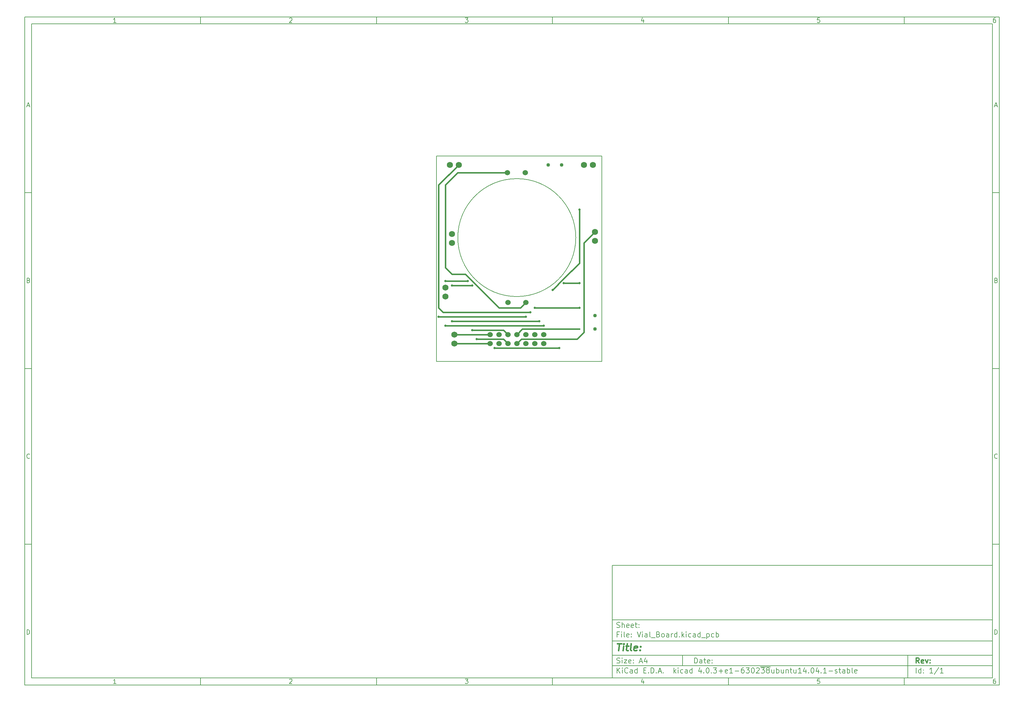
<source format=gbr>
G04 #@! TF.FileFunction,Copper,L2,Bot,Signal*
%FSLAX46Y46*%
G04 Gerber Fmt 4.6, Leading zero omitted, Abs format (unit mm)*
G04 Created by KiCad (PCBNEW 4.0.3+e1-6302~38~ubuntu14.04.1-stable) date Fri Aug 19 15:50:11 2016*
%MOMM*%
%LPD*%
G01*
G04 APERTURE LIST*
%ADD10C,0.100000*%
%ADD11C,0.150000*%
%ADD12C,0.300000*%
%ADD13C,0.400000*%
%ADD14C,1.750000*%
%ADD15C,1.524000*%
%ADD16C,1.016000*%
%ADD17C,0.635000*%
%ADD18C,0.381000*%
%ADD19C,0.381000*%
G04 APERTURE END LIST*
D10*
D11*
X177002200Y-166007200D02*
X177002200Y-198007200D01*
X285002200Y-198007200D01*
X285002200Y-166007200D01*
X177002200Y-166007200D01*
D10*
D11*
X10000000Y-10000000D02*
X10000000Y-200007200D01*
X287002200Y-200007200D01*
X287002200Y-10000000D01*
X10000000Y-10000000D01*
D10*
D11*
X12000000Y-12000000D02*
X12000000Y-198007200D01*
X285002200Y-198007200D01*
X285002200Y-12000000D01*
X12000000Y-12000000D01*
D10*
D11*
X60000000Y-12000000D02*
X60000000Y-10000000D01*
D10*
D11*
X110000000Y-12000000D02*
X110000000Y-10000000D01*
D10*
D11*
X160000000Y-12000000D02*
X160000000Y-10000000D01*
D10*
D11*
X210000000Y-12000000D02*
X210000000Y-10000000D01*
D10*
D11*
X260000000Y-12000000D02*
X260000000Y-10000000D01*
D10*
D11*
X35990476Y-11588095D02*
X35247619Y-11588095D01*
X35619048Y-11588095D02*
X35619048Y-10288095D01*
X35495238Y-10473810D01*
X35371429Y-10597619D01*
X35247619Y-10659524D01*
D10*
D11*
X85247619Y-10411905D02*
X85309524Y-10350000D01*
X85433333Y-10288095D01*
X85742857Y-10288095D01*
X85866667Y-10350000D01*
X85928571Y-10411905D01*
X85990476Y-10535714D01*
X85990476Y-10659524D01*
X85928571Y-10845238D01*
X85185714Y-11588095D01*
X85990476Y-11588095D01*
D10*
D11*
X135185714Y-10288095D02*
X135990476Y-10288095D01*
X135557143Y-10783333D01*
X135742857Y-10783333D01*
X135866667Y-10845238D01*
X135928571Y-10907143D01*
X135990476Y-11030952D01*
X135990476Y-11340476D01*
X135928571Y-11464286D01*
X135866667Y-11526190D01*
X135742857Y-11588095D01*
X135371429Y-11588095D01*
X135247619Y-11526190D01*
X135185714Y-11464286D01*
D10*
D11*
X185866667Y-10721429D02*
X185866667Y-11588095D01*
X185557143Y-10226190D02*
X185247619Y-11154762D01*
X186052381Y-11154762D01*
D10*
D11*
X235928571Y-10288095D02*
X235309524Y-10288095D01*
X235247619Y-10907143D01*
X235309524Y-10845238D01*
X235433333Y-10783333D01*
X235742857Y-10783333D01*
X235866667Y-10845238D01*
X235928571Y-10907143D01*
X235990476Y-11030952D01*
X235990476Y-11340476D01*
X235928571Y-11464286D01*
X235866667Y-11526190D01*
X235742857Y-11588095D01*
X235433333Y-11588095D01*
X235309524Y-11526190D01*
X235247619Y-11464286D01*
D10*
D11*
X285866667Y-10288095D02*
X285619048Y-10288095D01*
X285495238Y-10350000D01*
X285433333Y-10411905D01*
X285309524Y-10597619D01*
X285247619Y-10845238D01*
X285247619Y-11340476D01*
X285309524Y-11464286D01*
X285371429Y-11526190D01*
X285495238Y-11588095D01*
X285742857Y-11588095D01*
X285866667Y-11526190D01*
X285928571Y-11464286D01*
X285990476Y-11340476D01*
X285990476Y-11030952D01*
X285928571Y-10907143D01*
X285866667Y-10845238D01*
X285742857Y-10783333D01*
X285495238Y-10783333D01*
X285371429Y-10845238D01*
X285309524Y-10907143D01*
X285247619Y-11030952D01*
D10*
D11*
X60000000Y-198007200D02*
X60000000Y-200007200D01*
D10*
D11*
X110000000Y-198007200D02*
X110000000Y-200007200D01*
D10*
D11*
X160000000Y-198007200D02*
X160000000Y-200007200D01*
D10*
D11*
X210000000Y-198007200D02*
X210000000Y-200007200D01*
D10*
D11*
X260000000Y-198007200D02*
X260000000Y-200007200D01*
D10*
D11*
X35990476Y-199595295D02*
X35247619Y-199595295D01*
X35619048Y-199595295D02*
X35619048Y-198295295D01*
X35495238Y-198481010D01*
X35371429Y-198604819D01*
X35247619Y-198666724D01*
D10*
D11*
X85247619Y-198419105D02*
X85309524Y-198357200D01*
X85433333Y-198295295D01*
X85742857Y-198295295D01*
X85866667Y-198357200D01*
X85928571Y-198419105D01*
X85990476Y-198542914D01*
X85990476Y-198666724D01*
X85928571Y-198852438D01*
X85185714Y-199595295D01*
X85990476Y-199595295D01*
D10*
D11*
X135185714Y-198295295D02*
X135990476Y-198295295D01*
X135557143Y-198790533D01*
X135742857Y-198790533D01*
X135866667Y-198852438D01*
X135928571Y-198914343D01*
X135990476Y-199038152D01*
X135990476Y-199347676D01*
X135928571Y-199471486D01*
X135866667Y-199533390D01*
X135742857Y-199595295D01*
X135371429Y-199595295D01*
X135247619Y-199533390D01*
X135185714Y-199471486D01*
D10*
D11*
X185866667Y-198728629D02*
X185866667Y-199595295D01*
X185557143Y-198233390D02*
X185247619Y-199161962D01*
X186052381Y-199161962D01*
D10*
D11*
X235928571Y-198295295D02*
X235309524Y-198295295D01*
X235247619Y-198914343D01*
X235309524Y-198852438D01*
X235433333Y-198790533D01*
X235742857Y-198790533D01*
X235866667Y-198852438D01*
X235928571Y-198914343D01*
X235990476Y-199038152D01*
X235990476Y-199347676D01*
X235928571Y-199471486D01*
X235866667Y-199533390D01*
X235742857Y-199595295D01*
X235433333Y-199595295D01*
X235309524Y-199533390D01*
X235247619Y-199471486D01*
D10*
D11*
X285866667Y-198295295D02*
X285619048Y-198295295D01*
X285495238Y-198357200D01*
X285433333Y-198419105D01*
X285309524Y-198604819D01*
X285247619Y-198852438D01*
X285247619Y-199347676D01*
X285309524Y-199471486D01*
X285371429Y-199533390D01*
X285495238Y-199595295D01*
X285742857Y-199595295D01*
X285866667Y-199533390D01*
X285928571Y-199471486D01*
X285990476Y-199347676D01*
X285990476Y-199038152D01*
X285928571Y-198914343D01*
X285866667Y-198852438D01*
X285742857Y-198790533D01*
X285495238Y-198790533D01*
X285371429Y-198852438D01*
X285309524Y-198914343D01*
X285247619Y-199038152D01*
D10*
D11*
X10000000Y-60000000D02*
X12000000Y-60000000D01*
D10*
D11*
X10000000Y-110000000D02*
X12000000Y-110000000D01*
D10*
D11*
X10000000Y-160000000D02*
X12000000Y-160000000D01*
D10*
D11*
X10690476Y-35216667D02*
X11309524Y-35216667D01*
X10566667Y-35588095D02*
X11000000Y-34288095D01*
X11433333Y-35588095D01*
D10*
D11*
X11092857Y-84907143D02*
X11278571Y-84969048D01*
X11340476Y-85030952D01*
X11402381Y-85154762D01*
X11402381Y-85340476D01*
X11340476Y-85464286D01*
X11278571Y-85526190D01*
X11154762Y-85588095D01*
X10659524Y-85588095D01*
X10659524Y-84288095D01*
X11092857Y-84288095D01*
X11216667Y-84350000D01*
X11278571Y-84411905D01*
X11340476Y-84535714D01*
X11340476Y-84659524D01*
X11278571Y-84783333D01*
X11216667Y-84845238D01*
X11092857Y-84907143D01*
X10659524Y-84907143D01*
D10*
D11*
X11402381Y-135464286D02*
X11340476Y-135526190D01*
X11154762Y-135588095D01*
X11030952Y-135588095D01*
X10845238Y-135526190D01*
X10721429Y-135402381D01*
X10659524Y-135278571D01*
X10597619Y-135030952D01*
X10597619Y-134845238D01*
X10659524Y-134597619D01*
X10721429Y-134473810D01*
X10845238Y-134350000D01*
X11030952Y-134288095D01*
X11154762Y-134288095D01*
X11340476Y-134350000D01*
X11402381Y-134411905D01*
D10*
D11*
X10659524Y-185588095D02*
X10659524Y-184288095D01*
X10969048Y-184288095D01*
X11154762Y-184350000D01*
X11278571Y-184473810D01*
X11340476Y-184597619D01*
X11402381Y-184845238D01*
X11402381Y-185030952D01*
X11340476Y-185278571D01*
X11278571Y-185402381D01*
X11154762Y-185526190D01*
X10969048Y-185588095D01*
X10659524Y-185588095D01*
D10*
D11*
X287002200Y-60000000D02*
X285002200Y-60000000D01*
D10*
D11*
X287002200Y-110000000D02*
X285002200Y-110000000D01*
D10*
D11*
X287002200Y-160000000D02*
X285002200Y-160000000D01*
D10*
D11*
X285692676Y-35216667D02*
X286311724Y-35216667D01*
X285568867Y-35588095D02*
X286002200Y-34288095D01*
X286435533Y-35588095D01*
D10*
D11*
X286095057Y-84907143D02*
X286280771Y-84969048D01*
X286342676Y-85030952D01*
X286404581Y-85154762D01*
X286404581Y-85340476D01*
X286342676Y-85464286D01*
X286280771Y-85526190D01*
X286156962Y-85588095D01*
X285661724Y-85588095D01*
X285661724Y-84288095D01*
X286095057Y-84288095D01*
X286218867Y-84350000D01*
X286280771Y-84411905D01*
X286342676Y-84535714D01*
X286342676Y-84659524D01*
X286280771Y-84783333D01*
X286218867Y-84845238D01*
X286095057Y-84907143D01*
X285661724Y-84907143D01*
D10*
D11*
X286404581Y-135464286D02*
X286342676Y-135526190D01*
X286156962Y-135588095D01*
X286033152Y-135588095D01*
X285847438Y-135526190D01*
X285723629Y-135402381D01*
X285661724Y-135278571D01*
X285599819Y-135030952D01*
X285599819Y-134845238D01*
X285661724Y-134597619D01*
X285723629Y-134473810D01*
X285847438Y-134350000D01*
X286033152Y-134288095D01*
X286156962Y-134288095D01*
X286342676Y-134350000D01*
X286404581Y-134411905D01*
D10*
D11*
X285661724Y-185588095D02*
X285661724Y-184288095D01*
X285971248Y-184288095D01*
X286156962Y-184350000D01*
X286280771Y-184473810D01*
X286342676Y-184597619D01*
X286404581Y-184845238D01*
X286404581Y-185030952D01*
X286342676Y-185278571D01*
X286280771Y-185402381D01*
X286156962Y-185526190D01*
X285971248Y-185588095D01*
X285661724Y-185588095D01*
D10*
D11*
X200359343Y-193785771D02*
X200359343Y-192285771D01*
X200716486Y-192285771D01*
X200930771Y-192357200D01*
X201073629Y-192500057D01*
X201145057Y-192642914D01*
X201216486Y-192928629D01*
X201216486Y-193142914D01*
X201145057Y-193428629D01*
X201073629Y-193571486D01*
X200930771Y-193714343D01*
X200716486Y-193785771D01*
X200359343Y-193785771D01*
X202502200Y-193785771D02*
X202502200Y-193000057D01*
X202430771Y-192857200D01*
X202287914Y-192785771D01*
X202002200Y-192785771D01*
X201859343Y-192857200D01*
X202502200Y-193714343D02*
X202359343Y-193785771D01*
X202002200Y-193785771D01*
X201859343Y-193714343D01*
X201787914Y-193571486D01*
X201787914Y-193428629D01*
X201859343Y-193285771D01*
X202002200Y-193214343D01*
X202359343Y-193214343D01*
X202502200Y-193142914D01*
X203002200Y-192785771D02*
X203573629Y-192785771D01*
X203216486Y-192285771D02*
X203216486Y-193571486D01*
X203287914Y-193714343D01*
X203430772Y-193785771D01*
X203573629Y-193785771D01*
X204645057Y-193714343D02*
X204502200Y-193785771D01*
X204216486Y-193785771D01*
X204073629Y-193714343D01*
X204002200Y-193571486D01*
X204002200Y-193000057D01*
X204073629Y-192857200D01*
X204216486Y-192785771D01*
X204502200Y-192785771D01*
X204645057Y-192857200D01*
X204716486Y-193000057D01*
X204716486Y-193142914D01*
X204002200Y-193285771D01*
X205359343Y-193642914D02*
X205430771Y-193714343D01*
X205359343Y-193785771D01*
X205287914Y-193714343D01*
X205359343Y-193642914D01*
X205359343Y-193785771D01*
X205359343Y-192857200D02*
X205430771Y-192928629D01*
X205359343Y-193000057D01*
X205287914Y-192928629D01*
X205359343Y-192857200D01*
X205359343Y-193000057D01*
D10*
D11*
X177002200Y-194507200D02*
X285002200Y-194507200D01*
D10*
D11*
X178359343Y-196585771D02*
X178359343Y-195085771D01*
X179216486Y-196585771D02*
X178573629Y-195728629D01*
X179216486Y-195085771D02*
X178359343Y-195942914D01*
X179859343Y-196585771D02*
X179859343Y-195585771D01*
X179859343Y-195085771D02*
X179787914Y-195157200D01*
X179859343Y-195228629D01*
X179930771Y-195157200D01*
X179859343Y-195085771D01*
X179859343Y-195228629D01*
X181430772Y-196442914D02*
X181359343Y-196514343D01*
X181145057Y-196585771D01*
X181002200Y-196585771D01*
X180787915Y-196514343D01*
X180645057Y-196371486D01*
X180573629Y-196228629D01*
X180502200Y-195942914D01*
X180502200Y-195728629D01*
X180573629Y-195442914D01*
X180645057Y-195300057D01*
X180787915Y-195157200D01*
X181002200Y-195085771D01*
X181145057Y-195085771D01*
X181359343Y-195157200D01*
X181430772Y-195228629D01*
X182716486Y-196585771D02*
X182716486Y-195800057D01*
X182645057Y-195657200D01*
X182502200Y-195585771D01*
X182216486Y-195585771D01*
X182073629Y-195657200D01*
X182716486Y-196514343D02*
X182573629Y-196585771D01*
X182216486Y-196585771D01*
X182073629Y-196514343D01*
X182002200Y-196371486D01*
X182002200Y-196228629D01*
X182073629Y-196085771D01*
X182216486Y-196014343D01*
X182573629Y-196014343D01*
X182716486Y-195942914D01*
X184073629Y-196585771D02*
X184073629Y-195085771D01*
X184073629Y-196514343D02*
X183930772Y-196585771D01*
X183645058Y-196585771D01*
X183502200Y-196514343D01*
X183430772Y-196442914D01*
X183359343Y-196300057D01*
X183359343Y-195871486D01*
X183430772Y-195728629D01*
X183502200Y-195657200D01*
X183645058Y-195585771D01*
X183930772Y-195585771D01*
X184073629Y-195657200D01*
X185930772Y-195800057D02*
X186430772Y-195800057D01*
X186645058Y-196585771D02*
X185930772Y-196585771D01*
X185930772Y-195085771D01*
X186645058Y-195085771D01*
X187287915Y-196442914D02*
X187359343Y-196514343D01*
X187287915Y-196585771D01*
X187216486Y-196514343D01*
X187287915Y-196442914D01*
X187287915Y-196585771D01*
X188002201Y-196585771D02*
X188002201Y-195085771D01*
X188359344Y-195085771D01*
X188573629Y-195157200D01*
X188716487Y-195300057D01*
X188787915Y-195442914D01*
X188859344Y-195728629D01*
X188859344Y-195942914D01*
X188787915Y-196228629D01*
X188716487Y-196371486D01*
X188573629Y-196514343D01*
X188359344Y-196585771D01*
X188002201Y-196585771D01*
X189502201Y-196442914D02*
X189573629Y-196514343D01*
X189502201Y-196585771D01*
X189430772Y-196514343D01*
X189502201Y-196442914D01*
X189502201Y-196585771D01*
X190145058Y-196157200D02*
X190859344Y-196157200D01*
X190002201Y-196585771D02*
X190502201Y-195085771D01*
X191002201Y-196585771D01*
X191502201Y-196442914D02*
X191573629Y-196514343D01*
X191502201Y-196585771D01*
X191430772Y-196514343D01*
X191502201Y-196442914D01*
X191502201Y-196585771D01*
X194502201Y-196585771D02*
X194502201Y-195085771D01*
X194645058Y-196014343D02*
X195073629Y-196585771D01*
X195073629Y-195585771D02*
X194502201Y-196157200D01*
X195716487Y-196585771D02*
X195716487Y-195585771D01*
X195716487Y-195085771D02*
X195645058Y-195157200D01*
X195716487Y-195228629D01*
X195787915Y-195157200D01*
X195716487Y-195085771D01*
X195716487Y-195228629D01*
X197073630Y-196514343D02*
X196930773Y-196585771D01*
X196645059Y-196585771D01*
X196502201Y-196514343D01*
X196430773Y-196442914D01*
X196359344Y-196300057D01*
X196359344Y-195871486D01*
X196430773Y-195728629D01*
X196502201Y-195657200D01*
X196645059Y-195585771D01*
X196930773Y-195585771D01*
X197073630Y-195657200D01*
X198359344Y-196585771D02*
X198359344Y-195800057D01*
X198287915Y-195657200D01*
X198145058Y-195585771D01*
X197859344Y-195585771D01*
X197716487Y-195657200D01*
X198359344Y-196514343D02*
X198216487Y-196585771D01*
X197859344Y-196585771D01*
X197716487Y-196514343D01*
X197645058Y-196371486D01*
X197645058Y-196228629D01*
X197716487Y-196085771D01*
X197859344Y-196014343D01*
X198216487Y-196014343D01*
X198359344Y-195942914D01*
X199716487Y-196585771D02*
X199716487Y-195085771D01*
X199716487Y-196514343D02*
X199573630Y-196585771D01*
X199287916Y-196585771D01*
X199145058Y-196514343D01*
X199073630Y-196442914D01*
X199002201Y-196300057D01*
X199002201Y-195871486D01*
X199073630Y-195728629D01*
X199145058Y-195657200D01*
X199287916Y-195585771D01*
X199573630Y-195585771D01*
X199716487Y-195657200D01*
X202216487Y-195585771D02*
X202216487Y-196585771D01*
X201859344Y-195014343D02*
X201502201Y-196085771D01*
X202430773Y-196085771D01*
X203002201Y-196442914D02*
X203073629Y-196514343D01*
X203002201Y-196585771D01*
X202930772Y-196514343D01*
X203002201Y-196442914D01*
X203002201Y-196585771D01*
X204002201Y-195085771D02*
X204145058Y-195085771D01*
X204287915Y-195157200D01*
X204359344Y-195228629D01*
X204430773Y-195371486D01*
X204502201Y-195657200D01*
X204502201Y-196014343D01*
X204430773Y-196300057D01*
X204359344Y-196442914D01*
X204287915Y-196514343D01*
X204145058Y-196585771D01*
X204002201Y-196585771D01*
X203859344Y-196514343D01*
X203787915Y-196442914D01*
X203716487Y-196300057D01*
X203645058Y-196014343D01*
X203645058Y-195657200D01*
X203716487Y-195371486D01*
X203787915Y-195228629D01*
X203859344Y-195157200D01*
X204002201Y-195085771D01*
X205145058Y-196442914D02*
X205216486Y-196514343D01*
X205145058Y-196585771D01*
X205073629Y-196514343D01*
X205145058Y-196442914D01*
X205145058Y-196585771D01*
X205716487Y-195085771D02*
X206645058Y-195085771D01*
X206145058Y-195657200D01*
X206359344Y-195657200D01*
X206502201Y-195728629D01*
X206573630Y-195800057D01*
X206645058Y-195942914D01*
X206645058Y-196300057D01*
X206573630Y-196442914D01*
X206502201Y-196514343D01*
X206359344Y-196585771D01*
X205930772Y-196585771D01*
X205787915Y-196514343D01*
X205716487Y-196442914D01*
X207287915Y-196014343D02*
X208430772Y-196014343D01*
X207859343Y-196585771D02*
X207859343Y-195442914D01*
X209716486Y-196514343D02*
X209573629Y-196585771D01*
X209287915Y-196585771D01*
X209145058Y-196514343D01*
X209073629Y-196371486D01*
X209073629Y-195800057D01*
X209145058Y-195657200D01*
X209287915Y-195585771D01*
X209573629Y-195585771D01*
X209716486Y-195657200D01*
X209787915Y-195800057D01*
X209787915Y-195942914D01*
X209073629Y-196085771D01*
X211216486Y-196585771D02*
X210359343Y-196585771D01*
X210787915Y-196585771D02*
X210787915Y-195085771D01*
X210645058Y-195300057D01*
X210502200Y-195442914D01*
X210359343Y-195514343D01*
X211859343Y-196014343D02*
X213002200Y-196014343D01*
X214359343Y-195085771D02*
X214073629Y-195085771D01*
X213930772Y-195157200D01*
X213859343Y-195228629D01*
X213716486Y-195442914D01*
X213645057Y-195728629D01*
X213645057Y-196300057D01*
X213716486Y-196442914D01*
X213787914Y-196514343D01*
X213930772Y-196585771D01*
X214216486Y-196585771D01*
X214359343Y-196514343D01*
X214430772Y-196442914D01*
X214502200Y-196300057D01*
X214502200Y-195942914D01*
X214430772Y-195800057D01*
X214359343Y-195728629D01*
X214216486Y-195657200D01*
X213930772Y-195657200D01*
X213787914Y-195728629D01*
X213716486Y-195800057D01*
X213645057Y-195942914D01*
X215002200Y-195085771D02*
X215930771Y-195085771D01*
X215430771Y-195657200D01*
X215645057Y-195657200D01*
X215787914Y-195728629D01*
X215859343Y-195800057D01*
X215930771Y-195942914D01*
X215930771Y-196300057D01*
X215859343Y-196442914D01*
X215787914Y-196514343D01*
X215645057Y-196585771D01*
X215216485Y-196585771D01*
X215073628Y-196514343D01*
X215002200Y-196442914D01*
X216859342Y-195085771D02*
X217002199Y-195085771D01*
X217145056Y-195157200D01*
X217216485Y-195228629D01*
X217287914Y-195371486D01*
X217359342Y-195657200D01*
X217359342Y-196014343D01*
X217287914Y-196300057D01*
X217216485Y-196442914D01*
X217145056Y-196514343D01*
X217002199Y-196585771D01*
X216859342Y-196585771D01*
X216716485Y-196514343D01*
X216645056Y-196442914D01*
X216573628Y-196300057D01*
X216502199Y-196014343D01*
X216502199Y-195657200D01*
X216573628Y-195371486D01*
X216645056Y-195228629D01*
X216716485Y-195157200D01*
X216859342Y-195085771D01*
X217930770Y-195228629D02*
X218002199Y-195157200D01*
X218145056Y-195085771D01*
X218502199Y-195085771D01*
X218645056Y-195157200D01*
X218716485Y-195228629D01*
X218787913Y-195371486D01*
X218787913Y-195514343D01*
X218716485Y-195728629D01*
X217859342Y-196585771D01*
X218787913Y-196585771D01*
X219287913Y-195085771D02*
X220216484Y-195085771D01*
X219716484Y-195657200D01*
X219930770Y-195657200D01*
X220073627Y-195728629D01*
X220145056Y-195800057D01*
X220216484Y-195942914D01*
X220216484Y-196300057D01*
X220145056Y-196442914D01*
X220073627Y-196514343D01*
X219930770Y-196585771D01*
X219502198Y-196585771D01*
X219359341Y-196514343D01*
X219287913Y-196442914D01*
X221073627Y-195728629D02*
X220930769Y-195657200D01*
X220859341Y-195585771D01*
X220787912Y-195442914D01*
X220787912Y-195371486D01*
X220859341Y-195228629D01*
X220930769Y-195157200D01*
X221073627Y-195085771D01*
X221359341Y-195085771D01*
X221502198Y-195157200D01*
X221573627Y-195228629D01*
X221645055Y-195371486D01*
X221645055Y-195442914D01*
X221573627Y-195585771D01*
X221502198Y-195657200D01*
X221359341Y-195728629D01*
X221073627Y-195728629D01*
X220930769Y-195800057D01*
X220859341Y-195871486D01*
X220787912Y-196014343D01*
X220787912Y-196300057D01*
X220859341Y-196442914D01*
X220930769Y-196514343D01*
X221073627Y-196585771D01*
X221359341Y-196585771D01*
X221502198Y-196514343D01*
X221573627Y-196442914D01*
X221645055Y-196300057D01*
X221645055Y-196014343D01*
X221573627Y-195871486D01*
X221502198Y-195800057D01*
X221359341Y-195728629D01*
X219073627Y-194827200D02*
X221930769Y-194827200D01*
X222930769Y-195585771D02*
X222930769Y-196585771D01*
X222287912Y-195585771D02*
X222287912Y-196371486D01*
X222359340Y-196514343D01*
X222502198Y-196585771D01*
X222716483Y-196585771D01*
X222859340Y-196514343D01*
X222930769Y-196442914D01*
X223645055Y-196585771D02*
X223645055Y-195085771D01*
X223645055Y-195657200D02*
X223787912Y-195585771D01*
X224073626Y-195585771D01*
X224216483Y-195657200D01*
X224287912Y-195728629D01*
X224359341Y-195871486D01*
X224359341Y-196300057D01*
X224287912Y-196442914D01*
X224216483Y-196514343D01*
X224073626Y-196585771D01*
X223787912Y-196585771D01*
X223645055Y-196514343D01*
X225645055Y-195585771D02*
X225645055Y-196585771D01*
X225002198Y-195585771D02*
X225002198Y-196371486D01*
X225073626Y-196514343D01*
X225216484Y-196585771D01*
X225430769Y-196585771D01*
X225573626Y-196514343D01*
X225645055Y-196442914D01*
X226359341Y-195585771D02*
X226359341Y-196585771D01*
X226359341Y-195728629D02*
X226430769Y-195657200D01*
X226573627Y-195585771D01*
X226787912Y-195585771D01*
X226930769Y-195657200D01*
X227002198Y-195800057D01*
X227002198Y-196585771D01*
X227502198Y-195585771D02*
X228073627Y-195585771D01*
X227716484Y-195085771D02*
X227716484Y-196371486D01*
X227787912Y-196514343D01*
X227930770Y-196585771D01*
X228073627Y-196585771D01*
X229216484Y-195585771D02*
X229216484Y-196585771D01*
X228573627Y-195585771D02*
X228573627Y-196371486D01*
X228645055Y-196514343D01*
X228787913Y-196585771D01*
X229002198Y-196585771D01*
X229145055Y-196514343D01*
X229216484Y-196442914D01*
X230716484Y-196585771D02*
X229859341Y-196585771D01*
X230287913Y-196585771D02*
X230287913Y-195085771D01*
X230145056Y-195300057D01*
X230002198Y-195442914D01*
X229859341Y-195514343D01*
X232002198Y-195585771D02*
X232002198Y-196585771D01*
X231645055Y-195014343D02*
X231287912Y-196085771D01*
X232216484Y-196085771D01*
X232787912Y-196442914D02*
X232859340Y-196514343D01*
X232787912Y-196585771D01*
X232716483Y-196514343D01*
X232787912Y-196442914D01*
X232787912Y-196585771D01*
X233787912Y-195085771D02*
X233930769Y-195085771D01*
X234073626Y-195157200D01*
X234145055Y-195228629D01*
X234216484Y-195371486D01*
X234287912Y-195657200D01*
X234287912Y-196014343D01*
X234216484Y-196300057D01*
X234145055Y-196442914D01*
X234073626Y-196514343D01*
X233930769Y-196585771D01*
X233787912Y-196585771D01*
X233645055Y-196514343D01*
X233573626Y-196442914D01*
X233502198Y-196300057D01*
X233430769Y-196014343D01*
X233430769Y-195657200D01*
X233502198Y-195371486D01*
X233573626Y-195228629D01*
X233645055Y-195157200D01*
X233787912Y-195085771D01*
X235573626Y-195585771D02*
X235573626Y-196585771D01*
X235216483Y-195014343D02*
X234859340Y-196085771D01*
X235787912Y-196085771D01*
X236359340Y-196442914D02*
X236430768Y-196514343D01*
X236359340Y-196585771D01*
X236287911Y-196514343D01*
X236359340Y-196442914D01*
X236359340Y-196585771D01*
X237859340Y-196585771D02*
X237002197Y-196585771D01*
X237430769Y-196585771D02*
X237430769Y-195085771D01*
X237287912Y-195300057D01*
X237145054Y-195442914D01*
X237002197Y-195514343D01*
X238502197Y-196014343D02*
X239645054Y-196014343D01*
X240287911Y-196514343D02*
X240430768Y-196585771D01*
X240716483Y-196585771D01*
X240859340Y-196514343D01*
X240930768Y-196371486D01*
X240930768Y-196300057D01*
X240859340Y-196157200D01*
X240716483Y-196085771D01*
X240502197Y-196085771D01*
X240359340Y-196014343D01*
X240287911Y-195871486D01*
X240287911Y-195800057D01*
X240359340Y-195657200D01*
X240502197Y-195585771D01*
X240716483Y-195585771D01*
X240859340Y-195657200D01*
X241359340Y-195585771D02*
X241930769Y-195585771D01*
X241573626Y-195085771D02*
X241573626Y-196371486D01*
X241645054Y-196514343D01*
X241787912Y-196585771D01*
X241930769Y-196585771D01*
X243073626Y-196585771D02*
X243073626Y-195800057D01*
X243002197Y-195657200D01*
X242859340Y-195585771D01*
X242573626Y-195585771D01*
X242430769Y-195657200D01*
X243073626Y-196514343D02*
X242930769Y-196585771D01*
X242573626Y-196585771D01*
X242430769Y-196514343D01*
X242359340Y-196371486D01*
X242359340Y-196228629D01*
X242430769Y-196085771D01*
X242573626Y-196014343D01*
X242930769Y-196014343D01*
X243073626Y-195942914D01*
X243787912Y-196585771D02*
X243787912Y-195085771D01*
X243787912Y-195657200D02*
X243930769Y-195585771D01*
X244216483Y-195585771D01*
X244359340Y-195657200D01*
X244430769Y-195728629D01*
X244502198Y-195871486D01*
X244502198Y-196300057D01*
X244430769Y-196442914D01*
X244359340Y-196514343D01*
X244216483Y-196585771D01*
X243930769Y-196585771D01*
X243787912Y-196514343D01*
X245359341Y-196585771D02*
X245216483Y-196514343D01*
X245145055Y-196371486D01*
X245145055Y-195085771D01*
X246502197Y-196514343D02*
X246359340Y-196585771D01*
X246073626Y-196585771D01*
X245930769Y-196514343D01*
X245859340Y-196371486D01*
X245859340Y-195800057D01*
X245930769Y-195657200D01*
X246073626Y-195585771D01*
X246359340Y-195585771D01*
X246502197Y-195657200D01*
X246573626Y-195800057D01*
X246573626Y-195942914D01*
X245859340Y-196085771D01*
D10*
D11*
X177002200Y-191507200D02*
X285002200Y-191507200D01*
D10*
D12*
X264216486Y-193785771D02*
X263716486Y-193071486D01*
X263359343Y-193785771D02*
X263359343Y-192285771D01*
X263930771Y-192285771D01*
X264073629Y-192357200D01*
X264145057Y-192428629D01*
X264216486Y-192571486D01*
X264216486Y-192785771D01*
X264145057Y-192928629D01*
X264073629Y-193000057D01*
X263930771Y-193071486D01*
X263359343Y-193071486D01*
X265430771Y-193714343D02*
X265287914Y-193785771D01*
X265002200Y-193785771D01*
X264859343Y-193714343D01*
X264787914Y-193571486D01*
X264787914Y-193000057D01*
X264859343Y-192857200D01*
X265002200Y-192785771D01*
X265287914Y-192785771D01*
X265430771Y-192857200D01*
X265502200Y-193000057D01*
X265502200Y-193142914D01*
X264787914Y-193285771D01*
X266002200Y-192785771D02*
X266359343Y-193785771D01*
X266716485Y-192785771D01*
X267287914Y-193642914D02*
X267359342Y-193714343D01*
X267287914Y-193785771D01*
X267216485Y-193714343D01*
X267287914Y-193642914D01*
X267287914Y-193785771D01*
X267287914Y-192857200D02*
X267359342Y-192928629D01*
X267287914Y-193000057D01*
X267216485Y-192928629D01*
X267287914Y-192857200D01*
X267287914Y-193000057D01*
D10*
D11*
X178287914Y-193714343D02*
X178502200Y-193785771D01*
X178859343Y-193785771D01*
X179002200Y-193714343D01*
X179073629Y-193642914D01*
X179145057Y-193500057D01*
X179145057Y-193357200D01*
X179073629Y-193214343D01*
X179002200Y-193142914D01*
X178859343Y-193071486D01*
X178573629Y-193000057D01*
X178430771Y-192928629D01*
X178359343Y-192857200D01*
X178287914Y-192714343D01*
X178287914Y-192571486D01*
X178359343Y-192428629D01*
X178430771Y-192357200D01*
X178573629Y-192285771D01*
X178930771Y-192285771D01*
X179145057Y-192357200D01*
X179787914Y-193785771D02*
X179787914Y-192785771D01*
X179787914Y-192285771D02*
X179716485Y-192357200D01*
X179787914Y-192428629D01*
X179859342Y-192357200D01*
X179787914Y-192285771D01*
X179787914Y-192428629D01*
X180359343Y-192785771D02*
X181145057Y-192785771D01*
X180359343Y-193785771D01*
X181145057Y-193785771D01*
X182287914Y-193714343D02*
X182145057Y-193785771D01*
X181859343Y-193785771D01*
X181716486Y-193714343D01*
X181645057Y-193571486D01*
X181645057Y-193000057D01*
X181716486Y-192857200D01*
X181859343Y-192785771D01*
X182145057Y-192785771D01*
X182287914Y-192857200D01*
X182359343Y-193000057D01*
X182359343Y-193142914D01*
X181645057Y-193285771D01*
X183002200Y-193642914D02*
X183073628Y-193714343D01*
X183002200Y-193785771D01*
X182930771Y-193714343D01*
X183002200Y-193642914D01*
X183002200Y-193785771D01*
X183002200Y-192857200D02*
X183073628Y-192928629D01*
X183002200Y-193000057D01*
X182930771Y-192928629D01*
X183002200Y-192857200D01*
X183002200Y-193000057D01*
X184787914Y-193357200D02*
X185502200Y-193357200D01*
X184645057Y-193785771D02*
X185145057Y-192285771D01*
X185645057Y-193785771D01*
X186787914Y-192785771D02*
X186787914Y-193785771D01*
X186430771Y-192214343D02*
X186073628Y-193285771D01*
X187002200Y-193285771D01*
D10*
D11*
X263359343Y-196585771D02*
X263359343Y-195085771D01*
X264716486Y-196585771D02*
X264716486Y-195085771D01*
X264716486Y-196514343D02*
X264573629Y-196585771D01*
X264287915Y-196585771D01*
X264145057Y-196514343D01*
X264073629Y-196442914D01*
X264002200Y-196300057D01*
X264002200Y-195871486D01*
X264073629Y-195728629D01*
X264145057Y-195657200D01*
X264287915Y-195585771D01*
X264573629Y-195585771D01*
X264716486Y-195657200D01*
X265430772Y-196442914D02*
X265502200Y-196514343D01*
X265430772Y-196585771D01*
X265359343Y-196514343D01*
X265430772Y-196442914D01*
X265430772Y-196585771D01*
X265430772Y-195657200D02*
X265502200Y-195728629D01*
X265430772Y-195800057D01*
X265359343Y-195728629D01*
X265430772Y-195657200D01*
X265430772Y-195800057D01*
X268073629Y-196585771D02*
X267216486Y-196585771D01*
X267645058Y-196585771D02*
X267645058Y-195085771D01*
X267502201Y-195300057D01*
X267359343Y-195442914D01*
X267216486Y-195514343D01*
X269787914Y-195014343D02*
X268502200Y-196942914D01*
X271073629Y-196585771D02*
X270216486Y-196585771D01*
X270645058Y-196585771D02*
X270645058Y-195085771D01*
X270502201Y-195300057D01*
X270359343Y-195442914D01*
X270216486Y-195514343D01*
D10*
D11*
X177002200Y-187507200D02*
X285002200Y-187507200D01*
D10*
D13*
X178454581Y-188211962D02*
X179597438Y-188211962D01*
X178776010Y-190211962D02*
X179026010Y-188211962D01*
X180014105Y-190211962D02*
X180180771Y-188878629D01*
X180264105Y-188211962D02*
X180156962Y-188307200D01*
X180240295Y-188402438D01*
X180347439Y-188307200D01*
X180264105Y-188211962D01*
X180240295Y-188402438D01*
X180847438Y-188878629D02*
X181609343Y-188878629D01*
X181216486Y-188211962D02*
X181002200Y-189926248D01*
X181073630Y-190116724D01*
X181252201Y-190211962D01*
X181442677Y-190211962D01*
X182395058Y-190211962D02*
X182216487Y-190116724D01*
X182145057Y-189926248D01*
X182359343Y-188211962D01*
X183930772Y-190116724D02*
X183728391Y-190211962D01*
X183347439Y-190211962D01*
X183168867Y-190116724D01*
X183097438Y-189926248D01*
X183192676Y-189164343D01*
X183311724Y-188973867D01*
X183514105Y-188878629D01*
X183895057Y-188878629D01*
X184073629Y-188973867D01*
X184145057Y-189164343D01*
X184121248Y-189354819D01*
X183145057Y-189545295D01*
X184895057Y-190021486D02*
X184978392Y-190116724D01*
X184871248Y-190211962D01*
X184787915Y-190116724D01*
X184895057Y-190021486D01*
X184871248Y-190211962D01*
X185026010Y-188973867D02*
X185109344Y-189069105D01*
X185002200Y-189164343D01*
X184918867Y-189069105D01*
X185026010Y-188973867D01*
X185002200Y-189164343D01*
D10*
D11*
X178859343Y-185600057D02*
X178359343Y-185600057D01*
X178359343Y-186385771D02*
X178359343Y-184885771D01*
X179073629Y-184885771D01*
X179645057Y-186385771D02*
X179645057Y-185385771D01*
X179645057Y-184885771D02*
X179573628Y-184957200D01*
X179645057Y-185028629D01*
X179716485Y-184957200D01*
X179645057Y-184885771D01*
X179645057Y-185028629D01*
X180573629Y-186385771D02*
X180430771Y-186314343D01*
X180359343Y-186171486D01*
X180359343Y-184885771D01*
X181716485Y-186314343D02*
X181573628Y-186385771D01*
X181287914Y-186385771D01*
X181145057Y-186314343D01*
X181073628Y-186171486D01*
X181073628Y-185600057D01*
X181145057Y-185457200D01*
X181287914Y-185385771D01*
X181573628Y-185385771D01*
X181716485Y-185457200D01*
X181787914Y-185600057D01*
X181787914Y-185742914D01*
X181073628Y-185885771D01*
X182430771Y-186242914D02*
X182502199Y-186314343D01*
X182430771Y-186385771D01*
X182359342Y-186314343D01*
X182430771Y-186242914D01*
X182430771Y-186385771D01*
X182430771Y-185457200D02*
X182502199Y-185528629D01*
X182430771Y-185600057D01*
X182359342Y-185528629D01*
X182430771Y-185457200D01*
X182430771Y-185600057D01*
X184073628Y-184885771D02*
X184573628Y-186385771D01*
X185073628Y-184885771D01*
X185573628Y-186385771D02*
X185573628Y-185385771D01*
X185573628Y-184885771D02*
X185502199Y-184957200D01*
X185573628Y-185028629D01*
X185645056Y-184957200D01*
X185573628Y-184885771D01*
X185573628Y-185028629D01*
X186930771Y-186385771D02*
X186930771Y-185600057D01*
X186859342Y-185457200D01*
X186716485Y-185385771D01*
X186430771Y-185385771D01*
X186287914Y-185457200D01*
X186930771Y-186314343D02*
X186787914Y-186385771D01*
X186430771Y-186385771D01*
X186287914Y-186314343D01*
X186216485Y-186171486D01*
X186216485Y-186028629D01*
X186287914Y-185885771D01*
X186430771Y-185814343D01*
X186787914Y-185814343D01*
X186930771Y-185742914D01*
X187859343Y-186385771D02*
X187716485Y-186314343D01*
X187645057Y-186171486D01*
X187645057Y-184885771D01*
X188073628Y-186528629D02*
X189216485Y-186528629D01*
X190073628Y-185600057D02*
X190287914Y-185671486D01*
X190359342Y-185742914D01*
X190430771Y-185885771D01*
X190430771Y-186100057D01*
X190359342Y-186242914D01*
X190287914Y-186314343D01*
X190145056Y-186385771D01*
X189573628Y-186385771D01*
X189573628Y-184885771D01*
X190073628Y-184885771D01*
X190216485Y-184957200D01*
X190287914Y-185028629D01*
X190359342Y-185171486D01*
X190359342Y-185314343D01*
X190287914Y-185457200D01*
X190216485Y-185528629D01*
X190073628Y-185600057D01*
X189573628Y-185600057D01*
X191287914Y-186385771D02*
X191145056Y-186314343D01*
X191073628Y-186242914D01*
X191002199Y-186100057D01*
X191002199Y-185671486D01*
X191073628Y-185528629D01*
X191145056Y-185457200D01*
X191287914Y-185385771D01*
X191502199Y-185385771D01*
X191645056Y-185457200D01*
X191716485Y-185528629D01*
X191787914Y-185671486D01*
X191787914Y-186100057D01*
X191716485Y-186242914D01*
X191645056Y-186314343D01*
X191502199Y-186385771D01*
X191287914Y-186385771D01*
X193073628Y-186385771D02*
X193073628Y-185600057D01*
X193002199Y-185457200D01*
X192859342Y-185385771D01*
X192573628Y-185385771D01*
X192430771Y-185457200D01*
X193073628Y-186314343D02*
X192930771Y-186385771D01*
X192573628Y-186385771D01*
X192430771Y-186314343D01*
X192359342Y-186171486D01*
X192359342Y-186028629D01*
X192430771Y-185885771D01*
X192573628Y-185814343D01*
X192930771Y-185814343D01*
X193073628Y-185742914D01*
X193787914Y-186385771D02*
X193787914Y-185385771D01*
X193787914Y-185671486D02*
X193859342Y-185528629D01*
X193930771Y-185457200D01*
X194073628Y-185385771D01*
X194216485Y-185385771D01*
X195359342Y-186385771D02*
X195359342Y-184885771D01*
X195359342Y-186314343D02*
X195216485Y-186385771D01*
X194930771Y-186385771D01*
X194787913Y-186314343D01*
X194716485Y-186242914D01*
X194645056Y-186100057D01*
X194645056Y-185671486D01*
X194716485Y-185528629D01*
X194787913Y-185457200D01*
X194930771Y-185385771D01*
X195216485Y-185385771D01*
X195359342Y-185457200D01*
X196073628Y-186242914D02*
X196145056Y-186314343D01*
X196073628Y-186385771D01*
X196002199Y-186314343D01*
X196073628Y-186242914D01*
X196073628Y-186385771D01*
X196787914Y-186385771D02*
X196787914Y-184885771D01*
X196930771Y-185814343D02*
X197359342Y-186385771D01*
X197359342Y-185385771D02*
X196787914Y-185957200D01*
X198002200Y-186385771D02*
X198002200Y-185385771D01*
X198002200Y-184885771D02*
X197930771Y-184957200D01*
X198002200Y-185028629D01*
X198073628Y-184957200D01*
X198002200Y-184885771D01*
X198002200Y-185028629D01*
X199359343Y-186314343D02*
X199216486Y-186385771D01*
X198930772Y-186385771D01*
X198787914Y-186314343D01*
X198716486Y-186242914D01*
X198645057Y-186100057D01*
X198645057Y-185671486D01*
X198716486Y-185528629D01*
X198787914Y-185457200D01*
X198930772Y-185385771D01*
X199216486Y-185385771D01*
X199359343Y-185457200D01*
X200645057Y-186385771D02*
X200645057Y-185600057D01*
X200573628Y-185457200D01*
X200430771Y-185385771D01*
X200145057Y-185385771D01*
X200002200Y-185457200D01*
X200645057Y-186314343D02*
X200502200Y-186385771D01*
X200145057Y-186385771D01*
X200002200Y-186314343D01*
X199930771Y-186171486D01*
X199930771Y-186028629D01*
X200002200Y-185885771D01*
X200145057Y-185814343D01*
X200502200Y-185814343D01*
X200645057Y-185742914D01*
X202002200Y-186385771D02*
X202002200Y-184885771D01*
X202002200Y-186314343D02*
X201859343Y-186385771D01*
X201573629Y-186385771D01*
X201430771Y-186314343D01*
X201359343Y-186242914D01*
X201287914Y-186100057D01*
X201287914Y-185671486D01*
X201359343Y-185528629D01*
X201430771Y-185457200D01*
X201573629Y-185385771D01*
X201859343Y-185385771D01*
X202002200Y-185457200D01*
X202359343Y-186528629D02*
X203502200Y-186528629D01*
X203859343Y-185385771D02*
X203859343Y-186885771D01*
X203859343Y-185457200D02*
X204002200Y-185385771D01*
X204287914Y-185385771D01*
X204430771Y-185457200D01*
X204502200Y-185528629D01*
X204573629Y-185671486D01*
X204573629Y-186100057D01*
X204502200Y-186242914D01*
X204430771Y-186314343D01*
X204287914Y-186385771D01*
X204002200Y-186385771D01*
X203859343Y-186314343D01*
X205859343Y-186314343D02*
X205716486Y-186385771D01*
X205430772Y-186385771D01*
X205287914Y-186314343D01*
X205216486Y-186242914D01*
X205145057Y-186100057D01*
X205145057Y-185671486D01*
X205216486Y-185528629D01*
X205287914Y-185457200D01*
X205430772Y-185385771D01*
X205716486Y-185385771D01*
X205859343Y-185457200D01*
X206502200Y-186385771D02*
X206502200Y-184885771D01*
X206502200Y-185457200D02*
X206645057Y-185385771D01*
X206930771Y-185385771D01*
X207073628Y-185457200D01*
X207145057Y-185528629D01*
X207216486Y-185671486D01*
X207216486Y-186100057D01*
X207145057Y-186242914D01*
X207073628Y-186314343D01*
X206930771Y-186385771D01*
X206645057Y-186385771D01*
X206502200Y-186314343D01*
D10*
D11*
X177002200Y-181507200D02*
X285002200Y-181507200D01*
D10*
D11*
X178287914Y-183614343D02*
X178502200Y-183685771D01*
X178859343Y-183685771D01*
X179002200Y-183614343D01*
X179073629Y-183542914D01*
X179145057Y-183400057D01*
X179145057Y-183257200D01*
X179073629Y-183114343D01*
X179002200Y-183042914D01*
X178859343Y-182971486D01*
X178573629Y-182900057D01*
X178430771Y-182828629D01*
X178359343Y-182757200D01*
X178287914Y-182614343D01*
X178287914Y-182471486D01*
X178359343Y-182328629D01*
X178430771Y-182257200D01*
X178573629Y-182185771D01*
X178930771Y-182185771D01*
X179145057Y-182257200D01*
X179787914Y-183685771D02*
X179787914Y-182185771D01*
X180430771Y-183685771D02*
X180430771Y-182900057D01*
X180359342Y-182757200D01*
X180216485Y-182685771D01*
X180002200Y-182685771D01*
X179859342Y-182757200D01*
X179787914Y-182828629D01*
X181716485Y-183614343D02*
X181573628Y-183685771D01*
X181287914Y-183685771D01*
X181145057Y-183614343D01*
X181073628Y-183471486D01*
X181073628Y-182900057D01*
X181145057Y-182757200D01*
X181287914Y-182685771D01*
X181573628Y-182685771D01*
X181716485Y-182757200D01*
X181787914Y-182900057D01*
X181787914Y-183042914D01*
X181073628Y-183185771D01*
X183002199Y-183614343D02*
X182859342Y-183685771D01*
X182573628Y-183685771D01*
X182430771Y-183614343D01*
X182359342Y-183471486D01*
X182359342Y-182900057D01*
X182430771Y-182757200D01*
X182573628Y-182685771D01*
X182859342Y-182685771D01*
X183002199Y-182757200D01*
X183073628Y-182900057D01*
X183073628Y-183042914D01*
X182359342Y-183185771D01*
X183502199Y-182685771D02*
X184073628Y-182685771D01*
X183716485Y-182185771D02*
X183716485Y-183471486D01*
X183787913Y-183614343D01*
X183930771Y-183685771D01*
X184073628Y-183685771D01*
X184573628Y-183542914D02*
X184645056Y-183614343D01*
X184573628Y-183685771D01*
X184502199Y-183614343D01*
X184573628Y-183542914D01*
X184573628Y-183685771D01*
X184573628Y-182757200D02*
X184645056Y-182828629D01*
X184573628Y-182900057D01*
X184502199Y-182828629D01*
X184573628Y-182757200D01*
X184573628Y-182900057D01*
D10*
D11*
X197002200Y-191507200D02*
X197002200Y-194507200D01*
D10*
D11*
X261002200Y-191507200D02*
X261002200Y-198007200D01*
X166624000Y-72760840D02*
G75*
G03X166624000Y-72760840I-16764000J0D01*
G01*
X127000000Y-107950000D02*
X173990000Y-107950000D01*
X127000000Y-49530000D02*
X173990000Y-49530000D01*
X173990000Y-49530000D02*
X173990000Y-107950000D01*
X127000000Y-49530000D02*
X127000000Y-107950000D01*
D14*
X171450000Y-52070000D03*
X168910000Y-52070000D03*
X132080000Y-100330000D03*
X132080000Y-102870000D03*
X129540000Y-89535000D03*
X129540000Y-86995000D03*
X130810000Y-52070000D03*
X133350000Y-52070000D03*
X172085000Y-73660000D03*
X172085000Y-71120000D03*
D15*
X157480000Y-100330000D03*
X154940000Y-100330000D03*
X152400000Y-100330000D03*
X149860000Y-100330000D03*
X147320000Y-100330000D03*
X144780000Y-100330000D03*
X142240000Y-100330000D03*
X157480000Y-102870000D03*
X154940000Y-102870000D03*
X152400000Y-102870000D03*
X149860000Y-102870000D03*
X147320000Y-102870000D03*
X144780000Y-102870000D03*
X142240000Y-102870000D03*
X152291438Y-54322650D03*
X147211438Y-54322650D03*
X152420676Y-91193620D03*
X147340676Y-91193620D03*
D14*
X131445000Y-71755000D03*
X131445000Y-74295000D03*
D16*
X172085000Y-94932500D03*
X172085000Y-98742500D03*
X158750000Y-52070000D03*
X162560000Y-52070000D03*
D17*
X157480000Y-97790000D03*
X129540000Y-97790000D03*
X167640000Y-92710000D03*
X154940000Y-92710000D03*
X152400000Y-95250000D03*
X127635000Y-95250000D03*
D18*
X167640000Y-98742500D03*
D17*
X137160000Y-99060000D03*
X135890000Y-85090000D03*
X129540000Y-85090000D03*
X161925000Y-104140000D03*
X163195000Y-85725000D03*
X167640000Y-85725000D03*
X143510000Y-104140000D03*
X156210000Y-96520000D03*
X131445000Y-96520000D03*
X167640000Y-64770000D03*
X160020000Y-87630000D03*
X153670000Y-93980000D03*
X138430000Y-101600000D03*
X137160000Y-86360000D03*
X131445000Y-86360000D03*
D19*
X129540000Y-97790000D02*
X157480000Y-97790000D01*
X154940000Y-92710000D02*
X167640000Y-92710000D01*
X127635000Y-95250000D02*
X152400000Y-95250000D01*
X151447500Y-98742500D02*
X149860000Y-100330000D01*
X167640000Y-98742500D02*
X151447500Y-98742500D01*
X147320000Y-100330000D02*
X146050000Y-99060000D01*
X137160000Y-99060000D02*
X146050000Y-99060000D01*
X129540000Y-85090000D02*
X135890000Y-85090000D01*
X163195000Y-85725000D02*
X167640000Y-85725000D01*
X143510000Y-104140000D02*
X161925000Y-104140000D01*
X142240000Y-100330000D02*
X132080000Y-100330000D01*
X131445000Y-96520000D02*
X156210000Y-96520000D01*
X167640000Y-64770000D02*
X167640000Y-80010000D01*
X167640000Y-80010000D02*
X163195000Y-84455000D01*
X163195000Y-84455000D02*
X160020000Y-87630000D01*
X133350000Y-52070000D02*
X127635000Y-57785000D01*
X127635000Y-90170000D02*
X127635000Y-92710000D01*
X127635000Y-57785000D02*
X127635000Y-90170000D01*
X128905000Y-93980000D02*
X153670000Y-93980000D01*
X127635000Y-92710000D02*
X128905000Y-93980000D01*
X168910000Y-99695000D02*
X167005000Y-101600000D01*
X149860000Y-102870000D02*
X151130000Y-101600000D01*
X168910000Y-74295000D02*
X168910000Y-99695000D01*
X168910000Y-74295000D02*
X172085000Y-71120000D01*
X167005000Y-101600000D02*
X151130000Y-101600000D01*
X138430000Y-101600000D02*
X146050000Y-101600000D01*
X147320000Y-102870000D02*
X146050000Y-101600000D01*
X131445000Y-86360000D02*
X137160000Y-86360000D01*
X144919700Y-102730300D02*
X144780000Y-102730300D01*
X132080000Y-102870000D02*
X142240000Y-102870000D01*
X147211438Y-54322650D02*
X133002350Y-54322650D01*
X144780000Y-92710000D02*
X150904296Y-92710000D01*
X150904296Y-92710000D02*
X152420676Y-91193620D01*
X131445000Y-83185000D02*
X135255000Y-83185000D01*
X129540000Y-81280000D02*
X131445000Y-83185000D01*
X135255000Y-83185000D02*
X144780000Y-92710000D01*
X129540000Y-57785000D02*
X129540000Y-81280000D01*
X133002350Y-54322650D02*
X129540000Y-57785000D01*
X147211438Y-54322650D02*
X146924088Y-54610000D01*
M02*

</source>
